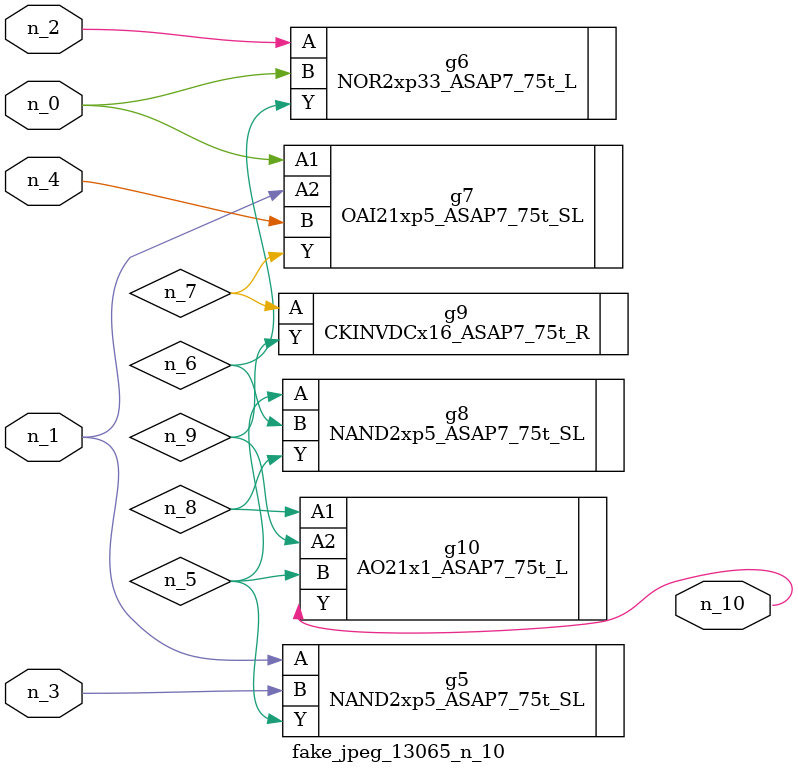
<source format=v>
module fake_jpeg_13065_n_10 (n_3, n_2, n_1, n_0, n_4, n_10);

input n_3;
input n_2;
input n_1;
input n_0;
input n_4;

output n_10;

wire n_8;
wire n_9;
wire n_6;
wire n_5;
wire n_7;

NAND2xp5_ASAP7_75t_SL g5 ( 
.A(n_1),
.B(n_3),
.Y(n_5)
);

NOR2xp33_ASAP7_75t_L g6 ( 
.A(n_2),
.B(n_0),
.Y(n_6)
);

OAI21xp5_ASAP7_75t_SL g7 ( 
.A1(n_0),
.A2(n_1),
.B(n_4),
.Y(n_7)
);

NAND2xp5_ASAP7_75t_SL g8 ( 
.A(n_5),
.B(n_6),
.Y(n_8)
);

AO21x1_ASAP7_75t_L g10 ( 
.A1(n_8),
.A2(n_9),
.B(n_5),
.Y(n_10)
);

CKINVDCx16_ASAP7_75t_R g9 ( 
.A(n_7),
.Y(n_9)
);


endmodule
</source>
